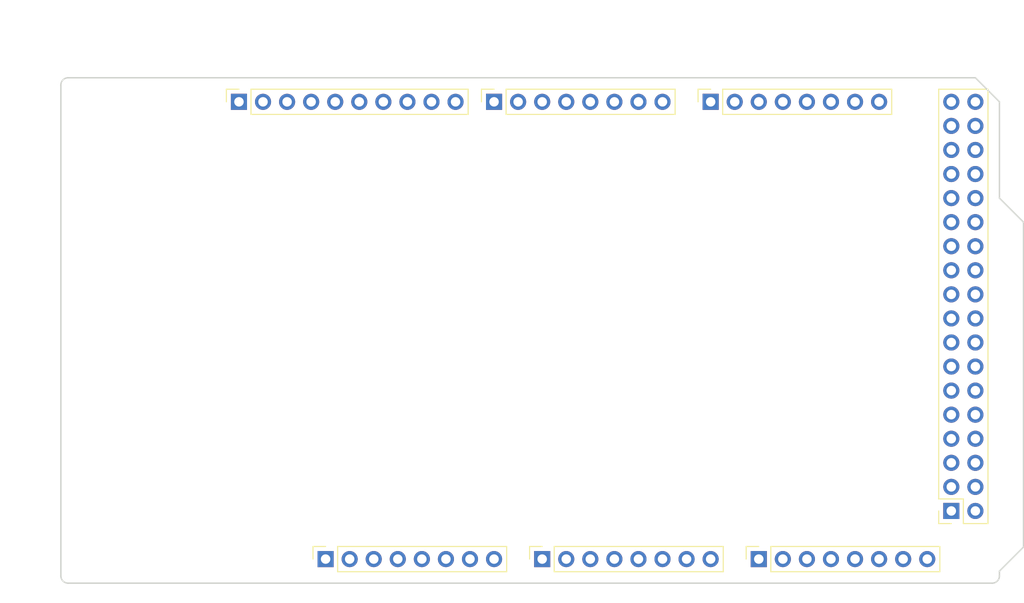
<source format=kicad_pcb>
(kicad_pcb (version 20241229) (generator "pcbnew") (generator_version "9.0")
  (title_block (date "mar. 31 mars 2015"))
  (layers (0 "F.Cu" signal) (2 "B.Cu" signal) (13 "F.Paste" user) (15 "B.Paste" user) (5 "F.SilkS" user "F.Silkscreen") (7 "B.SilkS" user "B.Silkscreen") (1 "F.Mask" user) (3 "B.Mask" user) (25 "Edge.Cuts" user))
  (net 0 "")
  (net 1 "GND")
  (net 2 "/*52")
  (net 3 "/53")
  (net 4 "/50")
  (net 5 "/51")
  (net 6 "/48")
  (net 7 "/49")
  (net 8 "/*46")
  (net 9 "/47")
  (net 10 "/*44")
  (net 11 "/*45")
  (net 12 "/42")
  (net 13 "/43")
  (net 14 "/40")
  (net 15 "/41")
  (net 16 "/38")
  (net 17 "/39")
  (net 18 "/36")
  (net 19 "/37")
  (net 20 "/34")
  (net 21 "/35")
  (net 22 "/32")
  (net 23 "/33")
  (net 24 "/30")
  (net 25 "/31")
  (net 26 "/28")
  (net 27 "/29")
  (net 28 "/26")
  (net 29 "/27")
  (net 30 "/24")
  (net 31 "/25")
  (net 32 "/22")
  (net 33 "/23")
  (net 34 "+5V")
  (net 35 "/IOREF")
  (net 36 "/A0")
  (net 37 "/A1")
  (net 38 "/A2")
  (net 39 "/A3")
  (net 40 "/A4")
  (net 41 "/A5")
  (net 42 "/A6")
  (net 43 "/A7")
  (net 44 "/A8")
  (net 45 "/A9")
  (net 46 "/A10")
  (net 47 "/A11")
  (net 48 "/A12")
  (net 49 "/A13")
  (net 50 "/A14")
  (net 51 "/A15")
  (net 52 "/AREF")
  (net 53 "/*13")
  (net 54 "/*12")
  (net 55 "/*11")
  (net 56 "/*10")
  (net 57 "/*9")
  (net 58 "/*8")
  (net 59 "/*7")
  (net 60 "/*6")
  (net 61 "/*5")
  (net 62 "/*4")
  (net 63 "/*3")
  (net 64 "/*2")
  (net 65 "/TX0{slash}1")
  (net 66 "/RX0{slash}0")
  (net 67 "+3V3")
  (net 68 "/TX3{slash}14")
  (net 69 "/RX3{slash}15")
  (net 70 "/TX2{slash}16")
  (net 71 "/RX2{slash}17")
  (net 72 "/TX1{slash}18")
  (net 73 "/RX1{slash}19")
  (net 74 "/SDA{slash}20")
  (net 75 "/SCL{slash}21")
  (net 76 "VCC")
  (net 77 "/~{RESET}")
  (footprint "Connector_PinSocket_2.54mm:PinSocket_2x18_P2.54mm_Vertical" (layer "F.Cu") (at 193.98 92.38 180)
    (property "Reference" "J7" (hide yes))
    (property "Value" "Digital")
    (fp_line (start 1.33 1.27) (end 1.33 44.51) (stroke (width 0.12)) (layer "F.SilkS"))
    (fp_line (start 1.33 -1.33) (end 1.33 0) (stroke (width 0.12)) (layer "F.SilkS"))
    (fp_line (start 0 -1.33) (end 1.33 -1.33) (stroke (width 0.12)) (layer "F.SilkS"))
    (fp_line (start -1.27 1.27) (end 1.33 1.27) (stroke (width 0.12)) (layer "F.SilkS"))
    (fp_line (start -1.27 -1.33) (end -1.27 1.27) (stroke (width 0.12)) (layer "F.SilkS"))
    (fp_line (start -3.87 44.51) (end 1.33 44.51) (stroke (width 0.12)) (layer "F.SilkS"))
    (fp_line (start -3.87 -1.33) (end -1.27 -1.33) (stroke (width 0.12)) (layer "F.SilkS"))
    (fp_line (start -3.87 -1.33) (end -3.87 44.51) (stroke (width 0.12)) (layer "F.SilkS"))
    (pad "1" thru_hole rect (at 0 0 180) (size 1.7 1.7) (drill 1) (layers "*.Cu" "*.Mask") (net 1 "GND"))
    (pad "2" thru_hole oval (at -2.54 0 180) (size 1.7 1.7) (drill 1) (layers "*.Cu" "*.Mask") (net 1 "GND"))
    (pad "3" thru_hole oval (at 0 2.54 180) (size 1.7 1.7) (drill 1) (layers "*.Cu" "*.Mask") (net 2 "/*52"))
    (pad "4" thru_hole oval (at -2.54 2.54 180) (size 1.7 1.7) (drill 1) (layers "*.Cu" "*.Mask") (net 3 "/53"))
    (pad "5" thru_hole oval (at 0 5.08 180) (size 1.7 1.7) (drill 1) (layers "*.Cu" "*.Mask") (net 4 "/50"))
    (pad "6" thru_hole oval (at -2.54 5.08 180) (size 1.7 1.7) (drill 1) (layers "*.Cu" "*.Mask") (net 5 "/51"))
    (pad "7" thru_hole oval (at 0 7.62 180) (size 1.7 1.7) (drill 1) (layers "*.Cu" "*.Mask") (net 6 "/48"))
    (pad "8" thru_hole oval (at -2.54 7.62 180) (size 1.7 1.7) (drill 1) (layers "*.Cu" "*.Mask") (net 7 "/49"))
    (pad "9" thru_hole oval (at 0 10.16 180) (size 1.7 1.7) (drill 1) (layers "*.Cu" "*.Mask") (net 8 "/*46"))
    (pad "10" thru_hole oval (at -2.54 10.16 180) (size 1.7 1.7) (drill 1) (layers "*.Cu" "*.Mask") (net 9 "/47"))
    (pad "11" thru_hole oval (at 0 12.7 180) (size 1.7 1.7) (drill 1) (layers "*.Cu" "*.Mask") (net 10 "/*44"))
    (pad "12" thru_hole oval (at -2.54 12.7 180) (size 1.7 1.7) (drill 1) (layers "*.Cu" "*.Mask") (net 11 "/*45"))
    (pad "13" thru_hole oval (at 0 15.24 180) (size 1.7 1.7) (drill 1) (layers "*.Cu" "*.Mask") (net 12 "/42"))
    (pad "14" thru_hole oval (at -2.54 15.24 180) (size 1.7 1.7) (drill 1) (layers "*.Cu" "*.Mask") (net 13 "/43"))
    (pad "15" thru_hole oval (at 0 17.78 180) (size 1.7 1.7) (drill 1) (layers "*.Cu" "*.Mask") (net 14 "/40"))
    (pad "16" thru_hole oval (at -2.54 17.78 180) (size 1.7 1.7) (drill 1) (layers "*.Cu" "*.Mask") (net 15 "/41"))
    (pad "17" thru_hole oval (at 0 20.32 180) (size 1.7 1.7) (drill 1) (layers "*.Cu" "*.Mask") (net 16 "/38"))
    (pad "18" thru_hole oval (at -2.54 20.32 180) (size 1.7 1.7) (drill 1) (layers "*.Cu" "*.Mask") (net 17 "/39"))
    (pad "19" thru_hole oval (at 0 22.86 180) (size 1.7 1.7) (drill 1) (layers "*.Cu" "*.Mask") (net 18 "/36"))
    (pad "20" thru_hole oval (at -2.54 22.86 180) (size 1.7 1.7) (drill 1) (layers "*.Cu" "*.Mask") (net 19 "/37"))
    (pad "21" thru_hole oval (at 0 25.4 180) (size 1.7 1.7) (drill 1) (layers "*.Cu" "*.Mask") (net 20 "/34"))
    (pad "22" thru_hole oval (at -2.54 25.4 180) (size 1.7 1.7) (drill 1) (layers "*.Cu" "*.Mask") (net 21 "/35"))
    (pad "23" thru_hole oval (at 0 27.94 180) (size 1.7 1.7) (drill 1) (layers "*.Cu" "*.Mask") (net 22 "/32"))
    (pad "24" thru_hole oval (at -2.54 27.94 180) (size 1.7 1.7) (drill 1) (layers "*.Cu" "*.Mask") (net 23 "/33"))
    (pad "25" thru_hole oval (at 0 30.48 180) (size 1.7 1.7) (drill 1) (layers "*.Cu" "*.Mask") (net 24 "/30"))
    (pad "26" thru_hole oval (at -2.54 30.48 180) (size 1.7 1.7) (drill 1) (layers "*.Cu" "*.Mask") (net 25 "/31"))
    (pad "27" thru_hole oval (at 0 33.02 180) (size 1.7 1.7) (drill 1) (layers "*.Cu" "*.Mask") (net 26 "/28"))
    (pad "28" thru_hole oval (at -2.54 33.02 180) (size 1.7 1.7) (drill 1) (layers "*.Cu" "*.Mask") (net 27 "/29"))
    (pad "29" thru_hole oval (at 0 35.56 180) (size 1.7 1.7) (drill 1) (layers "*.Cu" "*.Mask") (net 28 "/26"))
    (pad "30" thru_hole oval (at -2.54 35.56 180) (size 1.7 1.7) (drill 1) (layers "*.Cu" "*.Mask") (net 29 "/27"))
    (pad "31" thru_hole oval (at 0 38.1 180) (size 1.7 1.7) (drill 1) (layers "*.Cu" "*.Mask") (net 30 "/24"))
    (pad "32" thru_hole oval (at -2.54 38.1 180) (size 1.7 1.7) (drill 1) (layers "*.Cu" "*.Mask") (net 31 "/25"))
    (pad "33" thru_hole oval (at 0 40.64 180) (size 1.7 1.7) (drill 1) (layers "*.Cu" "*.Mask") (net 32 "/22"))
    (pad "34" thru_hole oval (at -2.54 40.64 180) (size 1.7 1.7) (drill 1) (layers "*.Cu" "*.Mask") (net 33 "/23"))
    (pad "35" thru_hole oval (at 0 43.18 180) (size 1.7 1.7) (drill 1) (layers "*.Cu" "*.Mask") (net 34 "+5V"))
    (pad "36" thru_hole oval (at -2.54 43.18 180) (size 1.7 1.7) (drill 1) (layers "*.Cu" "*.Mask") (net 34 "+5V"))
  )
  (footprint "Connector_PinSocket_2.54mm:PinSocket_1x08_P2.54mm_Vertical" (layer "F.Cu") (at 127.94 97.46 90)
    (property "Reference" "J1" (hide yes))
    (property "Value" "Power")
    (fp_line (start 1.33 -1.33) (end 1.33 0) (stroke (width 0.12)) (layer "F.SilkS"))
    (fp_line (start 0 -1.33) (end 1.33 -1.33) (stroke (width 0.12)) (layer "F.SilkS"))
    (fp_line (start 1.33 1.27) (end 1.33 19.11) (stroke (width 0.12)) (layer "F.SilkS"))
    (fp_line (start -1.33 1.27) (end 1.33 1.27) (stroke (width 0.12)) (layer "F.SilkS"))
    (fp_line (start -1.33 1.27) (end -1.33 19.11) (stroke (width 0.12)) (layer "F.SilkS"))
    (fp_line (start -1.33 19.11) (end 1.33 19.11) (stroke (width 0.12)) (layer "F.SilkS"))
    (pad "1" thru_hole rect (at 0 0 90) (size 1.7 1.7) (drill 1) (layers "*.Cu" "*.Mask"))
    (pad "2" thru_hole oval (at 0 2.54 90) (size 1.7 1.7) (drill 1) (layers "*.Cu" "*.Mask") (net 35 "/IOREF"))
    (pad "3" thru_hole oval (at 0 5.08 90) (size 1.7 1.7) (drill 1) (layers "*.Cu" "*.Mask") (net 77 "/~{RESET}"))
    (pad "4" thru_hole oval (at 0 7.62 90) (size 1.7 1.7) (drill 1) (layers "*.Cu" "*.Mask") (net 67 "+3V3"))
    (pad "5" thru_hole oval (at 0 10.16 90) (size 1.7 1.7) (drill 1) (layers "*.Cu" "*.Mask") (net 34 "+5V"))
    (pad "6" thru_hole oval (at 0 12.7 90) (size 1.7 1.7) (drill 1) (layers "*.Cu" "*.Mask") (net 1 "GND"))
    (pad "7" thru_hole oval (at 0 15.24 90) (size 1.7 1.7) (drill 1) (layers "*.Cu" "*.Mask") (net 1 "GND"))
    (pad "8" thru_hole oval (at 0 17.78 90) (size 1.7 1.7) (drill 1) (layers "*.Cu" "*.Mask") (net 76 "VCC"))
  )
  (footprint "Connector_PinSocket_2.54mm:PinSocket_1x08_P2.54mm_Vertical" (layer "F.Cu") (at 150.8 97.46 90)
    (property "Reference" "J3" (hide yes))
    (property "Value" "Analog")
    (fp_line (start 1.33 -1.33) (end 1.33 0) (stroke (width 0.12)) (layer "F.SilkS"))
    (fp_line (start 0 -1.33) (end 1.33 -1.33) (stroke (width 0.12)) (layer "F.SilkS"))
    (fp_line (start 1.33 1.27) (end 1.33 19.11) (stroke (width 0.12)) (layer "F.SilkS"))
    (fp_line (start -1.33 1.27) (end 1.33 1.27) (stroke (width 0.12)) (layer "F.SilkS"))
    (fp_line (start -1.33 1.27) (end -1.33 19.11) (stroke (width 0.12)) (layer "F.SilkS"))
    (fp_line (start -1.33 19.11) (end 1.33 19.11) (stroke (width 0.12)) (layer "F.SilkS"))
    (pad "1" thru_hole rect (at 0 0 90) (size 1.7 1.7) (drill 1) (layers "*.Cu" "*.Mask") (net 36 "/A0"))
    (pad "2" thru_hole oval (at 0 2.54 90) (size 1.7 1.7) (drill 1) (layers "*.Cu" "*.Mask") (net 37 "/A1"))
    (pad "3" thru_hole oval (at 0 5.08 90) (size 1.7 1.7) (drill 1) (layers "*.Cu" "*.Mask") (net 38 "/A2"))
    (pad "4" thru_hole oval (at 0 7.62 90) (size 1.7 1.7) (drill 1) (layers "*.Cu" "*.Mask") (net 39 "/A3"))
    (pad "5" thru_hole oval (at 0 10.16 90) (size 1.7 1.7) (drill 1) (layers "*.Cu" "*.Mask") (net 40 "/A4"))
    (pad "6" thru_hole oval (at 0 12.7 90) (size 1.7 1.7) (drill 1) (layers "*.Cu" "*.Mask") (net 41 "/A5"))
    (pad "7" thru_hole oval (at 0 15.24 90) (size 1.7 1.7) (drill 1) (layers "*.Cu" "*.Mask") (net 42 "/A6"))
    (pad "8" thru_hole oval (at 0 17.78 90) (size 1.7 1.7) (drill 1) (layers "*.Cu" "*.Mask") (net 43 "/A7"))
  )
  (footprint "Connector_PinSocket_2.54mm:PinSocket_1x08_P2.54mm_Vertical" (layer "F.Cu") (at 173.66 97.46 90)
    (property "Reference" "J5" (hide yes))
    (property "Value" "Analog")
    (fp_line (start 1.33 -1.33) (end 1.33 0) (stroke (width 0.12)) (layer "F.SilkS"))
    (fp_line (start 0 -1.33) (end 1.33 -1.33) (stroke (width 0.12)) (layer "F.SilkS"))
    (fp_line (start 1.33 1.27) (end 1.33 19.11) (stroke (width 0.12)) (layer "F.SilkS"))
    (fp_line (start -1.33 1.27) (end 1.33 1.27) (stroke (width 0.12)) (layer "F.SilkS"))
    (fp_line (start -1.33 1.27) (end -1.33 19.11) (stroke (width 0.12)) (layer "F.SilkS"))
    (fp_line (start -1.33 19.11) (end 1.33 19.11) (stroke (width 0.12)) (layer "F.SilkS"))
    (pad "1" thru_hole rect (at 0 0 90) (size 1.7 1.7) (drill 1) (layers "*.Cu" "*.Mask") (net 44 "/A8"))
    (pad "2" thru_hole oval (at 0 2.54 90) (size 1.7 1.7) (drill 1) (layers "*.Cu" "*.Mask") (net 45 "/A9"))
    (pad "3" thru_hole oval (at 0 5.08 90) (size 1.7 1.7) (drill 1) (layers "*.Cu" "*.Mask") (net 46 "/A10"))
    (pad "4" thru_hole oval (at 0 7.62 90) (size 1.7 1.7) (drill 1) (layers "*.Cu" "*.Mask") (net 47 "/A11"))
    (pad "5" thru_hole oval (at 0 10.16 90) (size 1.7 1.7) (drill 1) (layers "*.Cu" "*.Mask") (net 48 "/A12"))
    (pad "6" thru_hole oval (at 0 12.7 90) (size 1.7 1.7) (drill 1) (layers "*.Cu" "*.Mask") (net 49 "/A13"))
    (pad "7" thru_hole oval (at 0 15.24 90) (size 1.7 1.7) (drill 1) (layers "*.Cu" "*.Mask") (net 50 "/A14"))
    (pad "8" thru_hole oval (at 0 17.78 90) (size 1.7 1.7) (drill 1) (layers "*.Cu" "*.Mask") (net 51 "/A15"))
  )
  (footprint "Connector_PinSocket_2.54mm:PinSocket_1x10_P2.54mm_Vertical" (layer "F.Cu") (at 118.796 49.2 90)
    (property "Reference" "J2" (hide yes))
    (property "Value" "PWM")
    (fp_line (start 1.33 -1.33) (end 1.33 0) (stroke (width 0.12)) (layer "F.SilkS"))
    (fp_line (start 0 -1.33) (end 1.33 -1.33) (stroke (width 0.12)) (layer "F.SilkS"))
    (fp_line (start 1.33 1.27) (end 1.33 24.19) (stroke (width 0.12)) (layer "F.SilkS"))
    (fp_line (start -1.33 1.27) (end 1.33 1.27) (stroke (width 0.12)) (layer "F.SilkS"))
    (fp_line (start -1.33 1.27) (end -1.33 24.19) (stroke (width 0.12)) (layer "F.SilkS"))
    (fp_line (start -1.33 24.19) (end 1.33 24.19) (stroke (width 0.12)) (layer "F.SilkS"))
    (pad "1" thru_hole rect (at 0 0 90) (size 1.7 1.7) (drill 1) (layers "*.Cu" "*.Mask") (net 75 "/SCL{slash}21"))
    (pad "2" thru_hole oval (at 0 2.54 90) (size 1.7 1.7) (drill 1) (layers "*.Cu" "*.Mask") (net 74 "/SDA{slash}20"))
    (pad "3" thru_hole oval (at 0 5.08 90) (size 1.7 1.7) (drill 1) (layers "*.Cu" "*.Mask") (net 52 "/AREF"))
    (pad "4" thru_hole oval (at 0 7.62 90) (size 1.7 1.7) (drill 1) (layers "*.Cu" "*.Mask") (net 1 "GND"))
    (pad "5" thru_hole oval (at 0 10.16 90) (size 1.7 1.7) (drill 1) (layers "*.Cu" "*.Mask") (net 53 "/*13"))
    (pad "6" thru_hole oval (at 0 12.7 90) (size 1.7 1.7) (drill 1) (layers "*.Cu" "*.Mask") (net 54 "/*12"))
    (pad "7" thru_hole oval (at 0 15.24 90) (size 1.7 1.7) (drill 1) (layers "*.Cu" "*.Mask") (net 55 "/*11"))
    (pad "8" thru_hole oval (at 0 17.78 90) (size 1.7 1.7) (drill 1) (layers "*.Cu" "*.Mask") (net 56 "/*10"))
    (pad "9" thru_hole oval (at 0 20.32 90) (size 1.7 1.7) (drill 1) (layers "*.Cu" "*.Mask") (net 57 "/*9"))
    (pad "10" thru_hole oval (at 0 22.86 90) (size 1.7 1.7) (drill 1) (layers "*.Cu" "*.Mask") (net 58 "/*8"))
  )
  (footprint "Connector_PinSocket_2.54mm:PinSocket_1x08_P2.54mm_Vertical" (layer "F.Cu") (at 145.72 49.2 90)
    (property "Reference" "J4" (hide yes))
    (property "Value" "PWM")
    (fp_line (start 1.33 -1.33) (end 1.33 0) (stroke (width 0.12)) (layer "F.SilkS"))
    (fp_line (start 0 -1.33) (end 1.33 -1.33) (stroke (width 0.12)) (layer "F.SilkS"))
    (fp_line (start 1.33 1.27) (end 1.33 19.11) (stroke (width 0.12)) (layer "F.SilkS"))
    (fp_line (start -1.33 1.27) (end 1.33 1.27) (stroke (width 0.12)) (layer "F.SilkS"))
    (fp_line (start -1.33 1.27) (end -1.33 19.11) (stroke (width 0.12)) (layer "F.SilkS"))
    (fp_line (start -1.33 19.11) (end 1.33 19.11) (stroke (width 0.12)) (layer "F.SilkS"))
    (pad "1" thru_hole rect (at 0 0 90) (size 1.7 1.7) (drill 1) (layers "*.Cu" "*.Mask") (net 59 "/*7"))
    (pad "2" thru_hole oval (at 0 2.54 90) (size 1.7 1.7) (drill 1) (layers "*.Cu" "*.Mask") (net 60 "/*6"))
    (pad "3" thru_hole oval (at 0 5.08 90) (size 1.7 1.7) (drill 1) (layers "*.Cu" "*.Mask") (net 61 "/*5"))
    (pad "4" thru_hole oval (at 0 7.62 90) (size 1.7 1.7) (drill 1) (layers "*.Cu" "*.Mask") (net 62 "/*4"))
    (pad "5" thru_hole oval (at 0 10.16 90) (size 1.7 1.7) (drill 1) (layers "*.Cu" "*.Mask") (net 63 "/*3"))
    (pad "6" thru_hole oval (at 0 12.7 90) (size 1.7 1.7) (drill 1) (layers "*.Cu" "*.Mask") (net 64 "/*2"))
    (pad "7" thru_hole oval (at 0 15.24 90) (size 1.7 1.7) (drill 1) (layers "*.Cu" "*.Mask") (net 65 "/TX0{slash}1"))
    (pad "8" thru_hole oval (at 0 17.78 90) (size 1.7 1.7) (drill 1) (layers "*.Cu" "*.Mask") (net 66 "/RX0{slash}0"))
  )
  (footprint "Connector_PinSocket_2.54mm:PinSocket_1x08_P2.54mm_Vertical" (layer "F.Cu") (at 168.58 49.2 90)
    (property "Reference" "J6" (hide yes))
    (property "Value" "Communication")
    (fp_line (start 1.33 -1.33) (end 1.33 0) (stroke (width 0.12)) (layer "F.SilkS"))
    (fp_line (start 0 -1.33) (end 1.33 -1.33) (stroke (width 0.12)) (layer "F.SilkS"))
    (fp_line (start 1.33 1.27) (end 1.33 19.11) (stroke (width 0.12)) (layer "F.SilkS"))
    (fp_line (start -1.33 1.27) (end 1.33 1.27) (stroke (width 0.12)) (layer "F.SilkS"))
    (fp_line (start -1.33 1.27) (end -1.33 19.11) (stroke (width 0.12)) (layer "F.SilkS"))
    (fp_line (start -1.33 19.11) (end 1.33 19.11) (stroke (width 0.12)) (layer "F.SilkS"))
    (pad "1" thru_hole rect (at 0 0 90) (size 1.7 1.7) (drill 1) (layers "*.Cu" "*.Mask") (net 68 "/TX3{slash}14"))
    (pad "2" thru_hole oval (at 0 2.54 90) (size 1.7 1.7) (drill 1) (layers "*.Cu" "*.Mask") (net 69 "/RX3{slash}15"))
    (pad "3" thru_hole oval (at 0 5.08 90) (size 1.7 1.7) (drill 1) (layers "*.Cu" "*.Mask") (net 70 "/TX2{slash}16"))
    (pad "4" thru_hole oval (at 0 7.62 90) (size 1.7 1.7) (drill 1) (layers "*.Cu" "*.Mask") (net 71 "/RX2{slash}17"))
    (pad "5" thru_hole oval (at 0 10.16 90) (size 1.7 1.7) (drill 1) (layers "*.Cu" "*.Mask") (net 72 "/TX1{slash}18"))
    (pad "6" thru_hole oval (at 0 12.7 90) (size 1.7 1.7) (drill 1) (layers "*.Cu" "*.Mask") (net 73 "/RX1{slash}19"))
    (pad "7" thru_hole oval (at 0 15.24 90) (size 1.7 1.7) (drill 1) (layers "*.Cu" "*.Mask") (net 74 "/SDA{slash}20"))
    (pad "8" thru_hole oval (at 0 17.78 90) (size 1.7 1.7) (drill 1) (layers "*.Cu" "*.Mask") (net 75 "/SCL{slash}21"))
  )
  (footprint "Arduino_MountingHole:MountingHole_3.2mm" (layer "F.Cu") (at 196.52 97.46)
    (property "Reference" "MH6" (hide yes))
    (property "Value" "MountingHole_3.2mm" (hide yes))
    (pad "" np_thru_hole circle (at 0 0) (size 3.2 3.2) (drill 3.2) (layers "*.Cu" "*.Mask"))
  )
  (footprint "Arduino_MountingHole:MountingHole_3.2mm" (layer "F.Cu") (at 115.24 49.2)
    (property "Reference" "MH1" (hide yes))
    (property "Value" "MountingHole_3.2mm" (hide yes))
    (pad "" np_thru_hole circle (at 0 0) (size 3.2 3.2) (drill 3.2) (layers "*.Cu" "*.Mask"))
  )
  (footprint "Arduino_MountingHole:MountingHole_3.2mm" (layer "F.Cu") (at 113.97 97.46)
    (property "Reference" "MH2" (hide yes))
    (property "Value" "MountingHole_3.2mm" (hide yes))
    (pad "" np_thru_hole circle (at 0 0) (size 3.2 3.2) (drill 3.2) (layers "*.Cu" "*.Mask"))
  )
  (footprint "Arduino_MountingHole:MountingHole_3.2mm" (layer "F.Cu") (at 166.04 64.44)
    (property "Reference" "MH3" (hide yes))
    (property "Value" "MountingHole_3.2mm" (hide yes))
    (pad "" np_thru_hole circle (at 0 0) (size 3.2 3.2) (drill 3.2) (layers "*.Cu" "*.Mask"))
  )
  (footprint "Arduino_MountingHole:MountingHole_3.2mm" (layer "F.Cu") (at 166.04 92.38)
    (property "Reference" "MH4" (hide yes))
    (property "Value" "MountingHole_3.2mm" (hide yes))
    (pad "" np_thru_hole circle (at 0 0) (size 3.2 3.2) (drill 3.2) (layers "*.Cu" "*.Mask"))
  )
  (footprint "Arduino_MountingHole:MountingHole_3.2mm" (layer "F.Cu") (at 190.17 49.2)
    (property "Reference" "MH5" (hide yes))
    (property "Value" "MountingHole_3.2mm" (hide yes))
    (pad "" np_thru_hole circle (at 0 0) (size 3.2 3.2) (drill 3.2) (layers "*.Cu" "*.Mask"))
  )
  (gr_line (start 199.06 59.36) (end 201.6 61.9) (stroke (width 0.15)) (layer "Edge.Cuts"))
  (gr_line (start 100 99.238) (end 100 47.422) (stroke (width 0.15)) (layer "Edge.Cuts"))
  (gr_line (start 201.6 61.9) (end 201.6 96.19) (stroke (width 0.15)) (layer "Edge.Cuts"))
  (gr_line (start 198.298 100) (end 100.762 100) (stroke (width 0.15)) (layer "Edge.Cuts"))
  (gr_line (start 100.762 46.66) (end 196.52 46.66) (stroke (width 0.15)) (layer "Edge.Cuts"))
  (gr_arc (start 100.762 100) (mid 100.223185 99.776815) (end 100 99.238) (stroke (width 0.15)) (layer "Edge.Cuts"))
  (gr_line (start 201.6 96.19) (end 199.06 98.73) (stroke (width 0.15)) (layer "Edge.Cuts"))
  (gr_line (start 196.52 46.66) (end 199.06 49.2) (stroke (width 0.15)) (layer "Edge.Cuts"))
  (gr_arc (start 199.06 99.238) (mid 198.836815 99.776815) (end 198.298 100) (stroke (width 0.15)) (layer "Edge.Cuts"))
  (gr_line (start 199.06 49.2) (end 199.06 59.36) (stroke (width 0.15)) (layer "Edge.Cuts"))
  (gr_line (start 199.06 98.73) (end 199.06 99.238) (stroke (width 0.15)) (layer "Edge.Cuts"))
  (gr_arc (start 100 47.422) (mid 100.223185 46.883185) (end 100.762 46.66) (stroke (width 0.15)) (layer "Edge.Cuts"))
)
</source>
